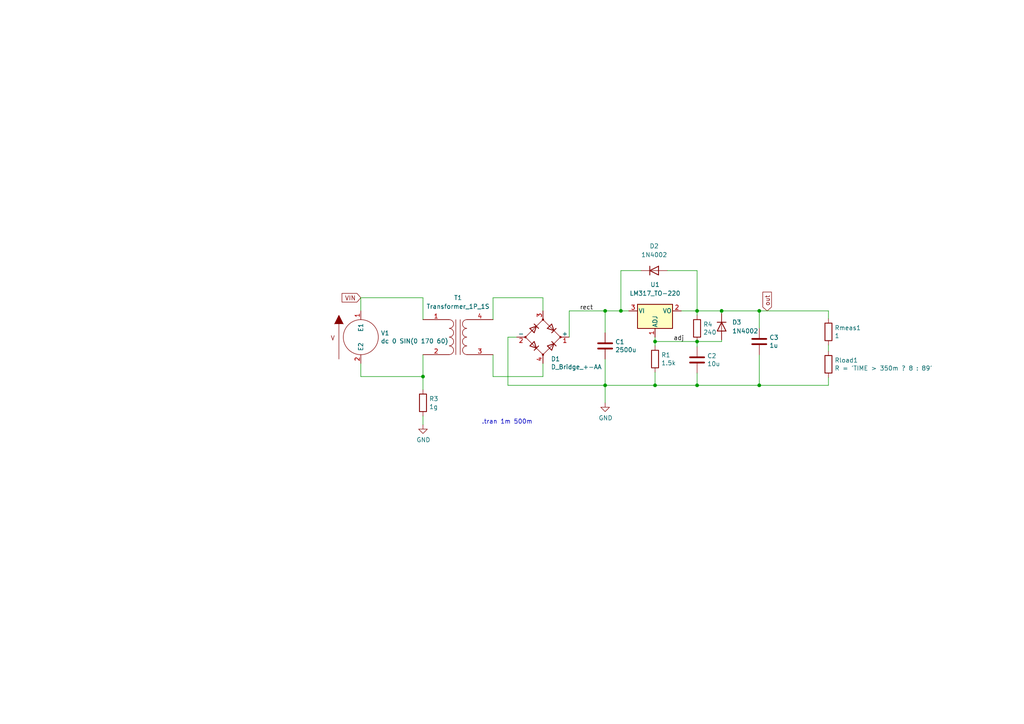
<source format=kicad_sch>
(kicad_sch (version 20231120) (generator "eeschema") (generator_version "8.0")
  (paper "A4")
  (lib_symbols
    (symbol "Device:C" (pin_numbers hide) (pin_names (offset 0.254))
      (property "Reference" "C" (at 0.635 2.54 0))
      (property "Value" "C" (at 0.635 -2.54 0))
      (symbol "C_0_1"
        (polyline (pts (xy -2.032 -0.762) (xy 2.032 -0.762)) (stroke (width 0.508)))
        (polyline (pts (xy -2.032 0.762) (xy 2.032 0.762)) (stroke (width 0.508)))
      )
      (symbol "C_1_1"
        (pin passive line (at 0 3.81 270) (length 2.794) (name "~") (number "1"))
        (pin passive line (at 0 -3.81 90) (length 2.794) (name "~") (number "2"))
      )
    )
    (symbol "Device:D_Bridge_+-AA" (pin_names (offset 0))
      (property "Reference" "D" (at 2.54 6.985 0))
      (property "Value" "D_Bridge_+-AA" (at 2.54 5.08 0))
      (symbol "D_Bridge_+-AA_0_1"
        (circle (center -5.08 0) (radius 0.254) (fill (type outline)))
        (circle (center 0 -5.08) (radius 0.254) (fill (type outline)))
        (polyline (pts (xy -2.54 3.81) (xy -1.27 2.54)) (stroke (width 0.254)))
        (polyline (pts (xy -1.27 -2.54) (xy -2.54 -3.81)) (stroke (width 0.254)))
        (polyline (pts (xy 2.54 -1.27) (xy 3.81 -2.54)) (stroke (width 0.254)))
        (polyline (pts (xy 2.54 1.27) (xy 3.81 2.54)) (stroke (width 0.254)))
        (polyline (pts (xy -3.81 2.54) (xy -2.54 1.27) (xy -1.905 3.175) (xy -3.81 2.54)) (stroke (width 0.254)))
        (polyline (pts (xy -2.54 -1.27) (xy -3.81 -2.54) (xy -1.905 -3.175) (xy -2.54 -1.27)) (stroke (width 0.254)))
        (polyline (pts (xy 1.27 2.54) (xy 2.54 3.81) (xy 3.175 1.905) (xy 1.27 2.54)) (stroke (width 0.254)))
        (polyline (pts (xy 3.175 -1.905) (xy 1.27 -2.54) (xy 2.54 -3.81) (xy 3.175 -1.905)) (stroke (width 0.254)))
        (polyline (pts (xy -5.08 0) (xy 0 -5.08) (xy 5.08 0) (xy 0 5.08) (xy -5.08 0)))
        (circle (center 0 5.08) (radius 0.254) (fill (type outline)))
        (circle (center 5.08 0) (radius 0.254) (fill (type outline)))
      )
      (symbol "D_Bridge_+-AA_1_1"
        (pin passive line (at 7.62 0 180) (length 2.54) (name "+") (number "1"))
        (pin passive line (at -7.62 0 0) (length 2.54) (name "-") (number "2"))
        (pin passive line (at 0 7.62 270) (length 2.54) (name "~") (number "3"))
        (pin passive line (at 0 -7.62 90) (length 2.54) (name "~") (number "4"))
      )
    )
    (symbol "Device:R" (pin_numbers hide) (pin_names (offset 0))
      (property "Reference" "R" (at 2.032 0 90))
      (property "Value" "R" (at 0 0 90))
      (symbol "R_0_1"
        (rectangle (start -1.016 -2.54) (end 1.016 2.54) (stroke (width 0.254)))
      )
      (symbol "R_1_1"
        (pin passive line (at 0 3.81 270) (length 1.27) (name "~") (number "1"))
        (pin passive line (at 0 -3.81 90) (length 1.27) (name "~") (number "2"))
      )
    )
    (symbol "Device:Transformer_1P_1S" (pin_names (offset 1.016) hide)
      (property "Reference" "T" (at 0 6.35 0))
      (property "Value" "Transformer_1P_1S" (at 0 -7.62 0))
      (symbol "Transformer_1P_1S_0_1"
        (arc (start -2.54 -5.0546) (mid -1.6561 -4.6863) (end -1.27 -3.81))
        (arc (start -2.54 -2.5146) (mid -1.6561 -2.1463) (end -1.27 -1.27))
        (arc (start -2.54 0.0254) (mid -1.6561 0.3937) (end -1.27 1.27))
        (arc (start -2.54 2.5654) (mid -1.6561 2.9337) (end -1.27 3.81))
        (arc (start -1.27 -3.81) (mid -1.642 -2.912) (end -2.54 -2.54))
        (arc (start -1.27 -1.27) (mid -1.642 -0.372) (end -2.54 0))
        (arc (start -1.27 1.27) (mid -1.642 2.168) (end -2.54 2.54))
        (arc (start -1.27 3.81) (mid -1.642 4.708) (end -2.54 5.08))
        (polyline (pts (xy -0.635 5.08) (xy -0.635 -5.08)))
        (polyline (pts (xy 0.635 -5.08) (xy 0.635 5.08)))
        (arc (start 1.2954 -1.27) (mid 1.6599 -2.1501) (end 2.54 -2.5146))
        (arc (start 1.2954 1.27) (mid 1.6599 0.3899) (end 2.54 0.0254))
        (arc (start 1.2954 3.81) (mid 1.6599 2.9299) (end 2.54 2.5654))
        (arc (start 1.3208 -3.81) (mid 1.6853 -4.6901) (end 2.5654 -5.0546))
        (arc (start 2.54 0) (mid 1.6456 -0.3683) (end 1.2954 -1.27))
        (arc (start 2.54 2.54) (mid 1.6456 2.1717) (end 1.2954 1.27))
        (arc (start 2.54 5.08) (mid 1.6456 4.7117) (end 1.2954 3.81))
        (arc (start 2.5654 -2.54) (mid 1.671 -2.9083) (end 1.3208 -3.81))
      )
      (symbol "Transformer_1P_1S_1_1"
        (pin passive line (at -10.16 5.08 0) (length 7.62) (name "AA") (number "1"))
        (pin passive line (at -10.16 -5.08 0) (length 7.62) (name "AB") (number "2"))
        (pin passive line (at 10.16 -5.08 180) (length 7.62) (name "SA") (number "3"))
        (pin passive line (at 10.16 5.08 180) (length 7.62) (name "SB") (number "4"))
      )
    )
    (symbol "Diode:1N4001" (pin_numbers hide) (pin_names (offset 1.016) hide)
      (property "Reference" "D" (at 0 2.54 0))
      (property "Value" "1N4001" (at 0 -2.54 0))
      (symbol "1N4001_0_1"
        (polyline (pts (xy -1.27 1.27) (xy -1.27 -1.27)) (stroke (width 0.254)))
        (polyline (pts (xy 1.27 0) (xy -1.27 0)))
        (polyline (pts (xy 1.27 1.27) (xy 1.27 -1.27) (xy -1.27 0) (xy 1.27 1.27)) (stroke (width 0.254)))
      )
      (symbol "1N4001_1_1"
        (pin passive line (at -3.81 0 0) (length 2.54) (name "K") (number "1"))
        (pin passive line (at 3.81 0 180) (length 2.54) (name "A") (number "2"))
      )
    )
    (symbol "Regulator_Linear:LM317_TO-220" (pin_names (offset 0.254))
      (property "Reference" "U" (at -3.81 3.175 0))
      (property "Value" "LM317_TO-220" (at 0 3.175 0))
      (symbol "LM317_TO-220_0_1"
        (rectangle (start -5.08 1.905) (end 5.08 -5.08) (stroke (width 0.254)) (fill (type background)))
      )
      (symbol "LM317_TO-220_1_1"
        (pin input line (at 0 -7.62 90) (length 2.54) (name "ADJ") (number "1"))
        (pin power_out line (at 7.62 0 180) (length 2.54) (name "VO") (number "2"))
        (pin power_in line (at -7.62 0 0) (length 2.54) (name "VI") (number "3"))
      )
    )
    (symbol "power:GND" (power) (pin_names (offset 0))
      (property "Value" "GND" (at 0 -3.81 0))
      (symbol "GND_0_1"
        (polyline (pts (xy 0 0) (xy 0 -1.27) (xy 1.27 -1.27) (xy 0 -2.54) (xy -1.27 -1.27) (xy 0 -1.27)))
      )
      (symbol "GND_1_1"
        (pin power_in line (at 0 0 270) (length 0) hide (name "GND") (number "1"))
      )
    )
    (symbol "pspice:VSOURCE" (pin_names (offset 1.016))
      (property "Reference" "V" (at -6.35 7.62 0))
      (property "Value" "VSOURCE" (at 0 0 0))
      (symbol "VSOURCE_0_1"
        (polyline (pts (xy -6.35 -6.35) (xy -6.35 3.81)) (fill (type outline)))
        (polyline (pts (xy -7.62 3.81) (xy -6.35 6.35) (xy -5.08 3.81)) (fill (type outline)))
        (circle (center 0 0) (radius 5.08))
        (text "V" (at -8.128 -0.254 0) (effects (font (size 1.27 1.27))))
      )
      (symbol "VSOURCE_1_1"
        (pin input line (at 0 7.62 270) (length 2.54) (name "E1") (number "1"))
        (pin input line (at 0 -7.62 90) (length 2.54) (name "E2") (number "2"))
      )
    )
  )
  (junction (at 189.992 111.76))
  (junction (at 202.184 111.76))
  (junction (at 189.992 99.06))
  (junction (at 175.514 111.76))
  (junction (at 122.682 109.22))
  (junction (at 220.218 111.76))
  (junction (at 202.184 90.17))
  (junction (at 175.514 90.17))
  (junction (at 220.218 90.17))
  (junction (at 180.086 90.17))
  (junction (at 209.296 90.17))
  (junction (at 202.184 99.06))
  (wire (pts (xy 240.284 90.17) (xy 240.284 92.456)))
  (wire (pts (xy 122.682 123.19) (xy 122.682 120.65)))
  (wire (pts (xy 209.296 90.17) (xy 220.218 90.17)))
  (wire (pts (xy 143.002 86.36) (xy 157.48 86.36)))
  (wire (pts (xy 209.296 99.06) (xy 202.184 99.06)))
  (wire (pts (xy 220.218 111.76) (xy 220.218 102.87)))
  (wire (pts (xy 104.648 86.36) (xy 122.682 86.36)))
  (wire (pts (xy 147.32 111.76) (xy 175.514 111.76)))
  (wire (pts (xy 149.86 97.79) (xy 147.32 97.79)))
  (wire (pts (xy 143.002 109.22) (xy 157.48 109.22)))
  (wire (pts (xy 189.992 99.06) (xy 202.184 99.06)))
  (wire (pts (xy 209.296 98.552) (xy 209.296 99.06)))
  (wire (pts (xy 202.184 111.76) (xy 220.218 111.76)))
  (wire (pts (xy 189.992 97.79) (xy 189.992 99.06)))
  (wire (pts (xy 209.296 90.17) (xy 209.296 90.932)))
  (wire (pts (xy 122.682 109.22) (xy 122.682 102.87)))
  (wire (pts (xy 175.514 111.76) (xy 175.514 104.14)))
  (wire (pts (xy 185.928 78.486) (xy 180.086 78.486)))
  (wire (pts (xy 240.284 100.076) (xy 240.284 101.854)))
  (wire (pts (xy 165.1 90.17) (xy 165.1 97.79)))
  (wire (pts (xy 240.284 111.76) (xy 240.284 109.474)))
  (wire (pts (xy 175.514 90.17) (xy 180.086 90.17)))
  (wire (pts (xy 104.648 90.17) (xy 104.648 86.36)))
  (wire (pts (xy 220.218 90.17) (xy 220.218 95.25)))
  (wire (pts (xy 122.682 113.03) (xy 122.682 109.22)))
  (wire (pts (xy 180.086 78.486) (xy 180.086 90.17)))
  (wire (pts (xy 143.002 109.22) (xy 143.002 102.87)))
  (wire (pts (xy 202.184 99.06) (xy 202.184 100.584)))
  (wire (pts (xy 175.514 116.84) (xy 175.514 111.76)))
  (wire (pts (xy 147.32 97.79) (xy 147.32 111.76)))
  (wire (pts (xy 202.184 78.486) (xy 202.184 90.17)))
  (wire (pts (xy 197.612 90.17) (xy 202.184 90.17)))
  (wire (pts (xy 193.548 78.486) (xy 202.184 78.486)))
  (wire (pts (xy 122.682 86.36) (xy 122.682 92.71)))
  (wire (pts (xy 202.184 108.204) (xy 202.184 111.76)))
  (wire (pts (xy 189.992 107.95) (xy 189.992 111.76)))
  (wire (pts (xy 175.514 96.52) (xy 175.514 90.17)))
  (wire (pts (xy 104.648 109.22) (xy 122.682 109.22)))
  (wire (pts (xy 165.1 90.17) (xy 175.514 90.17)))
  (wire (pts (xy 175.514 111.76) (xy 189.992 111.76)))
  (wire (pts (xy 157.48 109.22) (xy 157.48 105.41)))
  (wire (pts (xy 157.48 86.36) (xy 157.48 90.17)))
  (wire (pts (xy 189.992 99.06) (xy 189.992 100.33)))
  (wire (pts (xy 143.002 92.71) (xy 143.002 86.36)))
  (wire (pts (xy 104.648 109.22) (xy 104.648 105.41)))
  (wire (pts (xy 202.184 90.17) (xy 209.296 90.17)))
  (wire (pts (xy 220.218 90.17) (xy 240.284 90.17)))
  (wire (pts (xy 189.992 111.76) (xy 202.184 111.76)))
  (wire (pts (xy 220.218 111.76) (xy 240.284 111.76)))
  (wire (pts (xy 202.184 90.17) (xy 202.184 91.44)))
  (wire (pts (xy 180.086 90.17) (xy 182.372 90.17)))
  (text ".tran 1m 500m" (at 139.7 123.19 0) (effects (font (size 1.27 1.27)) (justify left bottom)))
  (label "rect" (at 168.148 90.17 0))
  (label "adj" (at 195.326 99.06 0))
  (global_label "VIN" (shape input) (at 104.648 86.36 180) (property "Intersheetrefs" "${INTERSHEET_REFS}" (effects (hide yes))))
  (global_label "out" (shape input) (at 222.504 90.17 90) (property "Intersheetrefs" "${INTERSHEET_REFS}" (effects (hide yes))))
  (symbol (lib_id "pspice:VSOURCE") (at 104.648 97.79 0) (unit 1)
    (property "Reference" "V1" (at 110.4392 96.6216 0) (effects (justify left)))
    (property "Value" "dc 0 SIN(0 170 60)" (at 110.4392 98.933 0) (effects (justify left)))
  )
  (symbol (lib_id "Device:R") (at 122.682 116.84 0) (unit 1)
    (property "Reference" "R3" (at 124.46 115.6716 0) (effects (justify left)))
    (property "Value" "1g" (at 124.46 117.983 0) (effects (justify left)))
  )
  (symbol (lib_id "Device:D_Bridge_+-AA") (at 157.48 97.79 0) (unit 1)
    (property "Reference" "D1" (at 159.766 104.1146 0) (effects (justify left)))
    (property "Value" "D_Bridge_+-AA" (at 159.766 106.426 0) (effects (justify left)))
    (property "Sim.Library" "diode_bridge.lib" (effects (hide yes)))
    (property "Sim.Name" "D_Bridge_+-AA" (effects (hide yes)))
    (property "Sim.Pins" "1=1 2=2 3=3 4=4" (effects (hide yes)))
  )
  (symbol (lib_id "Device:C") (at 175.514 100.33 0) (unit 1)
    (property "Reference" "C1" (at 178.435 99.1616 0) (effects (justify left)))
    (property "Value" "2500u" (at 178.435 101.473 0) (effects (justify left)))
  )
  (symbol (lib_id "power:GND") (at 175.514 116.84 0) (unit 1)
    (property "Reference" "#PWR01" (effects (hide yes)))
    (property "Value" "GND" (at 175.641 121.2342 0))
  )
  (symbol (lib_id "power:GND") (at 122.682 123.19 0) (unit 1)
    (property "Reference" "#PWR02" (effects (hide yes)))
    (property "Value" "GND" (at 122.809 127.5842 0))
  )
  (symbol (lib_id "Device:Transformer_1P_1S") (at 132.842 97.79 0) (unit 1)
    (property "Reference" "T1" (at 132.842 86.36 0))
    (property "Value" "Transformer_1P_1S" (at 132.842 88.9 0))
    (property "Sim.Library" "xformer.lib" (effects (hide yes)))
    (property "Sim.Name" "XFORMER" (effects (hide yes)))
    (property "Sim.Pins" "1=1 2=2 3=3 4=4" (effects (hide yes)))
  )
  (symbol (lib_id "Device:R") (at 240.284 105.664 0) (unit 1)
    (property "Reference" "Rload1" (at 242.062 104.4956 0) (effects (justify left)))
    (property "Value" "R = 'TIME > 350m ? 8 : 89'" (at 242.062 106.807 0) (effects (justify left)))
  )
  (symbol (lib_id "Device:C") (at 202.184 104.394 0) (unit 1)
    (property "Reference" "C2" (at 205.105 103.2256 0) (effects (justify left)))
    (property "Value" "10u" (at 205.105 105.537 0) (effects (justify left)))
  )
  (symbol (lib_id "Device:R") (at 240.284 96.266 0) (unit 1)
    (property "Reference" "Rmeas1" (at 242.062 95.0976 0) (effects (justify left)))
    (property "Value" "1" (at 242.062 97.409 0) (effects (justify left)))
  )
  (symbol (lib_id "Device:C") (at 220.218 99.06 0) (unit 1)
    (property "Reference" "C3" (at 223.139 97.8916 0) (effects (justify left)))
    (property "Value" "1u" (at 223.139 100.203 0) (effects (justify left)))
  )
  (symbol (lib_id "Diode:1N4001") (at 209.296 94.742 270) (unit 1)
    (property "Reference" "D3" (at 212.344 93.4719 90) (effects (justify left)))
    (property "Value" "1N4002" (at 212.344 96.0119 90) (effects (justify left)))
    (property "Footprint" "Diode_THT:D_DO-41_SOD81_P10.16mm_Horizontal" (effects (hide yes)))
    (property "Datasheet" "http://www.vishay.com/docs/88503/1n4001.pdf" (effects (hide yes)))
    (property "Sim.Library" "1N4002.lib" (effects (hide yes)))
    (property "Sim.Name" "1N4002" (effects (hide yes)))
    (property "Sim.Pins" "2=1 1=2" (effects (hide yes)))
  )
  (symbol (lib_id "Device:R") (at 189.992 104.14 0) (unit 1)
    (property "Reference" "R1" (at 191.77 102.9716 0) (effects (justify left)))
    (property "Value" "1.5k" (at 191.77 105.283 0) (effects (justify left)))
  )
  (symbol (lib_id "Regulator_Linear:LM317_TO-220") (at 189.992 90.17 0) (unit 1)
    (property "Reference" "U1" (at 189.992 82.55 0))
    (property "Value" "LM317_TO-220" (at 189.992 85.09 0))
    (property "Footprint" "Package_TO_SOT_THT:TO-220-3_Vertical" (effects (hide yes)))
    (property "Datasheet" "http://www.ti.com/lit/ds/symlink/lm317.pdf" (effects (hide yes)))
    (property "Sim.Library" "LM317.lib" (effects (hide yes)))
    (property "Sim.Name" "LM317" (effects (hide yes)))
    (property "Sim.Pins" "3=1 1=2 2=3" (effects (hide yes)))
  )
  (symbol (lib_id "Diode:1N4001") (at 189.738 78.486 0) (unit 1)
    (property "Reference" "D2" (at 189.738 71.374 0))
    (property "Value" "1N4002" (at 189.738 73.914 0))
    (property "Footprint" "Diode_THT:D_DO-41_SOD81_P10.16mm_Horizontal" (effects (hide yes)))
    (property "Datasheet" "http://www.vishay.com/docs/88503/1n4001.pdf" (effects (hide yes)))
    (property "Sim.Library" "1N4002.lib" (effects (hide yes)))
    (property "Sim.Name" "1N4002" (effects (hide yes)))
    (property "Sim.Pins" "2=1 1=2" (effects (hide yes)))
  )
  (symbol (lib_id "Device:R") (at 202.184 95.25 0) (unit 1)
    (property "Reference" "R4" (at 203.962 94.0816 0) (effects (justify left)))
    (property "Value" "240" (at 203.962 96.393 0) (effects (justify left)))
  )
)
</source>
